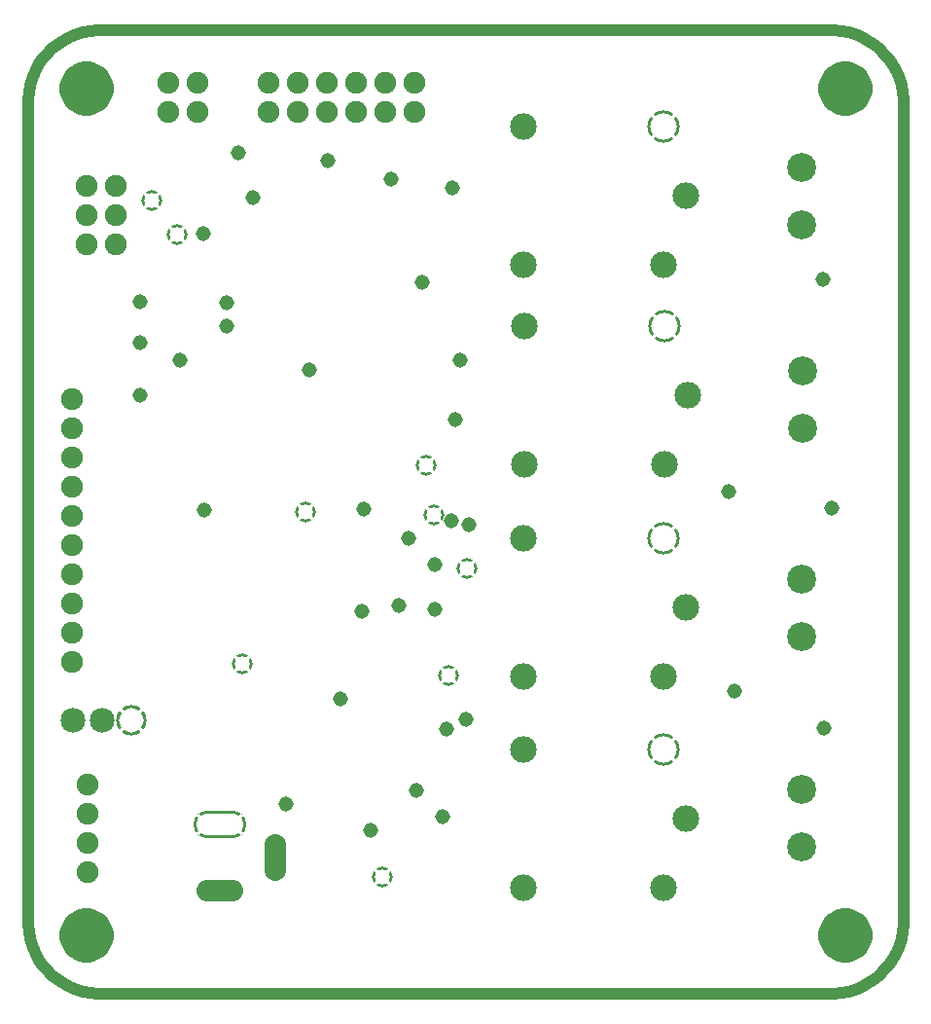
<source format=gbr>
%TF.GenerationSoftware,Altium Limited,Altium Designer,23.9.2 (47)*%
G04 Layer_Physical_Order=3*
G04 Layer_Color=128*
%FSLAX45Y45*%
%MOMM*%
%TF.SameCoordinates,15915765-FD2E-4A0E-A91D-014651F65676*%
%TF.FilePolarity,Negative*%
%TF.FileFunction,Copper,L3,Inr,Plane*%
%TF.Part,Single*%
G01*
G75*
%TA.AperFunction,NonConductor*%
%ADD40C,1.01600*%
%TA.AperFunction,ComponentPad*%
%ADD41C,1.91600*%
%ADD43C,2.15900*%
G04:AMPARAMS|DCode=44|XSize=2.667mm|YSize=2.667mm|CornerRadius=0mm|HoleSize=0mm|Usage=FLASHONLY|Rotation=0.000|XOffset=0mm|YOffset=0mm|HoleType=Round|Shape=Relief|Width=0.254mm|Gap=0.254mm|Entries=4|*
%AMTHD44*
7,0,0,2.66700,2.15900,0.25400,45*
%
%ADD44THD44*%
%ADD45C,2.51600*%
%ADD46C,2.31600*%
%ADD47O,4.06600X1.86600*%
%AMTHOVALD48*
21,1,2.20000,2.37400,0,0,180.0*
1,1,2.37400,1.10000,0.00000*
1,1,2.37400,-1.10000,0.00000*
21,0,2.20000,1.86600,0,0,180.0*
1,0,1.86600,1.10000,0.00000*
1,0,1.86600,-1.10000,0.00000*
4,0,4,1.01020,0.08980,1.84953,0.92914,2.02914,0.74953,1.18980,-0.08980,1.01020,0.08980,0.0*
4,0,4,-1.18980,0.08980,-2.02914,-0.74953,-1.84953,-0.92914,-1.01020,-0.08980,-1.18980,0.08980,0.0*
4,0,4,1.18980,0.08980,2.02914,-0.74953,1.84953,-0.92914,1.01020,-0.08980,1.18980,0.08980,0.0*
4,0,4,-1.01020,0.08980,-1.84953,0.92914,-2.02914,0.74953,-1.18980,-0.08980,-1.01020,0.08980,0.0*
%
%ADD48THOVALD48*%

%TA.AperFunction,ViaPad*%
%ADD50C,1.31600*%
G04:AMPARAMS|DCode=51|XSize=1.824mm|YSize=1.824mm|CornerRadius=0mm|HoleSize=0mm|Usage=FLASHONLY|Rotation=0.000|XOffset=0mm|YOffset=0mm|HoleType=Round|Shape=Relief|Width=0.254mm|Gap=0.254mm|Entries=4|*
%AMTHD51*
7,0,0,1.82400,1.31600,0.25400,45*
%
%ADD51THD51*%
%TA.AperFunction,ComponentPad*%
G04:AMPARAMS|DCode=52|XSize=2.824mm|YSize=2.824mm|CornerRadius=0mm|HoleSize=0mm|Usage=FLASHONLY|Rotation=0.000|XOffset=0mm|YOffset=0mm|HoleType=Round|Shape=Relief|Width=0.254mm|Gap=0.254mm|Entries=4|*
%AMTHD52*
7,0,0,2.82400,2.31600,0.25400,45*
%
%ADD52THD52*%
%ADD53O,1.86600X4.06600*%
G36*
X8436984Y11096121D02*
X8470498Y11082239D01*
X8500659Y11062087D01*
X8526309Y11036437D01*
X8546461Y11006276D01*
X8560343Y10972762D01*
X8567420Y10937185D01*
Y10919048D01*
Y10900911D01*
X8560343Y10865333D01*
X8546461Y10831820D01*
X8526309Y10801659D01*
X8500659Y10776009D01*
X8470498Y10755856D01*
X8436984Y10741975D01*
X8401407Y10734898D01*
X8365133D01*
X8329555Y10741975D01*
X8296042Y10755856D01*
X8265881Y10776009D01*
X8240231Y10801659D01*
X8220078Y10831820D01*
X8206197Y10865333D01*
X8199120Y10900911D01*
Y10919048D01*
Y10937185D01*
X8206197Y10972762D01*
X8220078Y11006276D01*
X8240231Y11036437D01*
X8265881Y11062087D01*
X8296042Y11082239D01*
X8329555Y11096121D01*
X8365133Y11103198D01*
X8401407D01*
X8436984Y11096121D01*
D02*
G37*
G36*
X1832984D02*
X1866498Y11082239D01*
X1896659Y11062087D01*
X1922309Y11036437D01*
X1942461Y11006276D01*
X1956343Y10972762D01*
X1963420Y10937185D01*
Y10919048D01*
Y10900911D01*
X1956343Y10865333D01*
X1942461Y10831820D01*
X1922309Y10801659D01*
X1896659Y10776009D01*
X1866498Y10755856D01*
X1832984Y10741975D01*
X1797407Y10734898D01*
X1761133D01*
X1725555Y10741975D01*
X1692042Y10755856D01*
X1661881Y10776009D01*
X1636231Y10801659D01*
X1616078Y10831820D01*
X1602197Y10865333D01*
X1595120Y10900911D01*
Y10919048D01*
Y10937185D01*
X1602197Y10972762D01*
X1616078Y11006276D01*
X1636231Y11036437D01*
X1661881Y11062087D01*
X1692042Y11082239D01*
X1725555Y11096121D01*
X1761133Y11103198D01*
X1797407D01*
X1832984Y11096121D01*
D02*
G37*
G36*
X8436984Y3730122D02*
X8470498Y3716240D01*
X8500659Y3696087D01*
X8526309Y3670437D01*
X8546461Y3640276D01*
X8560343Y3606763D01*
X8567420Y3571186D01*
Y3553049D01*
Y3534911D01*
X8560343Y3499334D01*
X8546461Y3465821D01*
X8526309Y3435660D01*
X8500659Y3410010D01*
X8470498Y3389857D01*
X8436984Y3375975D01*
X8401407Y3368899D01*
X8365133D01*
X8329555Y3375975D01*
X8296042Y3389857D01*
X8265881Y3410010D01*
X8240231Y3435660D01*
X8220078Y3465821D01*
X8206197Y3499334D01*
X8199120Y3534911D01*
Y3553049D01*
Y3571186D01*
X8206197Y3606763D01*
X8220078Y3640276D01*
X8240231Y3670437D01*
X8265881Y3696087D01*
X8296042Y3716240D01*
X8329555Y3730122D01*
X8365133Y3737199D01*
X8401407D01*
X8436984Y3730122D01*
D02*
G37*
G36*
X1832984D02*
X1866498Y3716240D01*
X1896659Y3696087D01*
X1922309Y3670437D01*
X1942461Y3640276D01*
X1956343Y3606763D01*
X1963420Y3571186D01*
Y3553049D01*
Y3534911D01*
X1956343Y3499334D01*
X1942461Y3465821D01*
X1922309Y3435660D01*
X1896659Y3410010D01*
X1866498Y3389857D01*
X1832984Y3375975D01*
X1797407Y3368899D01*
X1761133D01*
X1725555Y3375975D01*
X1692042Y3389857D01*
X1661881Y3410010D01*
X1636231Y3435660D01*
X1616078Y3465821D01*
X1602197Y3499334D01*
X1595120Y3534911D01*
Y3553049D01*
Y3571186D01*
X1602197Y3606763D01*
X1616078Y3640276D01*
X1636231Y3670437D01*
X1661881Y3696087D01*
X1692042Y3716240D01*
X1725555Y3730122D01*
X1761133Y3737199D01*
X1797407D01*
X1832984Y3730122D01*
D02*
G37*
D40*
X1271270Y3680049D02*
Y10792048D01*
Y3648853D02*
Y3680049D01*
Y3648853D02*
X1277385Y3586762D01*
X1289557Y3525570D01*
X1307668Y3465865D01*
X1331544Y3408224D01*
X1360955Y3353200D01*
X1395618Y3301323D01*
X1435199Y3253094D01*
X1479316Y3208977D01*
X1527545Y3169397D01*
X1579421Y3134734D01*
X1634445Y3105323D01*
X1692087Y3081447D01*
X1751791Y3063336D01*
X1812984Y3051164D01*
X1875074Y3045049D01*
X8287466D01*
X8349556Y3051164D01*
X8410748Y3063336D01*
X8470453Y3081447D01*
X8528095Y3105323D01*
X8583119Y3134734D01*
X8634995Y3169397D01*
X8683224Y3208977D01*
X8727341Y3253094D01*
X8766922Y3301323D01*
X8801584Y3353200D01*
X8830995Y3408224D01*
X8854871Y3465865D01*
X8872983Y3525570D01*
X8885154Y3586762D01*
X8891270Y3648853D01*
Y3680049D01*
Y10792048D01*
X1797407Y3737199D02*
X1832984Y3730122D01*
X1866498Y3716240D01*
X1896659Y3696087D01*
X1922309Y3670437D01*
X1942461Y3640276D01*
X1956343Y3606763D01*
X1963420Y3571186D01*
Y3553049D02*
Y3571186D01*
Y3534911D02*
Y3553049D01*
X1956343Y3499334D02*
X1963420Y3534911D01*
X1942461Y3465821D02*
X1956343Y3499334D01*
X1922309Y3435660D02*
X1942461Y3465821D01*
X1896659Y3410010D02*
X1922309Y3435660D01*
X1866498Y3389857D02*
X1896659Y3410010D01*
X1832984Y3375975D02*
X1866498Y3389857D01*
X1797407Y3368899D02*
X1832984Y3375975D01*
X1761133Y3368899D02*
X1797407D01*
X1725555Y3375975D02*
X1761133Y3368899D01*
X1692042Y3389857D02*
X1725555Y3375975D01*
X1661881Y3410010D02*
X1692042Y3389857D01*
X1636231Y3435660D02*
X1661881Y3410010D01*
X1616078Y3465821D02*
X1636231Y3435660D01*
X1602197Y3499334D02*
X1616078Y3465821D01*
X1595120Y3534911D02*
X1602197Y3499334D01*
X1595120Y3534911D02*
Y3553049D01*
Y3571186D01*
X1602197Y3606763D01*
X1616078Y3640276D01*
X1636231Y3670437D01*
X1661881Y3696087D01*
X1692042Y3716240D01*
X1725555Y3730122D01*
X1761133Y3737199D01*
X1797407D01*
X8401407D02*
X8436984Y3730122D01*
X8470498Y3716240D01*
X8500659Y3696087D01*
X8526309Y3670437D01*
X8546461Y3640276D01*
X8560343Y3606763D01*
X8567420Y3571186D01*
Y3553049D02*
Y3571186D01*
Y3534911D02*
Y3553049D01*
X8560343Y3499334D02*
X8567420Y3534911D01*
X8546461Y3465821D02*
X8560343Y3499334D01*
X8526309Y3435660D02*
X8546461Y3465821D01*
X8500659Y3410010D02*
X8526309Y3435660D01*
X8470498Y3389857D02*
X8500659Y3410010D01*
X8436984Y3375975D02*
X8470498Y3389857D01*
X8401407Y3368899D02*
X8436984Y3375975D01*
X8365133Y3368899D02*
X8401407D01*
X8329555Y3375975D02*
X8365133Y3368899D01*
X8296042Y3389857D02*
X8329555Y3375975D01*
X8265881Y3410010D02*
X8296042Y3389857D01*
X8240231Y3435660D02*
X8265881Y3410010D01*
X8220078Y3465821D02*
X8240231Y3435660D01*
X8206197Y3499334D02*
X8220078Y3465821D01*
X8199120Y3534911D02*
X8206197Y3499334D01*
X8199120Y3534911D02*
Y3553049D01*
Y3571186D01*
X8206197Y3606763D01*
X8220078Y3640276D01*
X8240231Y3670437D01*
X8265881Y3696087D01*
X8296042Y3716240D01*
X8329555Y3730122D01*
X8365133Y3737199D01*
X8401407D01*
X1875074Y11427048D02*
X8287466D01*
X1812984Y11420932D02*
X1875074Y11427048D01*
X1751791Y11408761D02*
X1812984Y11420932D01*
X1692087Y11390649D02*
X1751791Y11408761D01*
X1634445Y11366773D02*
X1692087Y11390649D01*
X1579421Y11337362D02*
X1634445Y11366773D01*
X1527545Y11302700D02*
X1579421Y11337362D01*
X1479316Y11263119D02*
X1527545Y11302700D01*
X1435199Y11219002D02*
X1479316Y11263119D01*
X1395618Y11170773D02*
X1435199Y11219002D01*
X1360955Y11118897D02*
X1395618Y11170773D01*
X1331544Y11063873D02*
X1360955Y11118897D01*
X1307668Y11006231D02*
X1331544Y11063873D01*
X1289557Y10946526D02*
X1307668Y11006231D01*
X1277385Y10885334D02*
X1289557Y10946526D01*
X1271270Y10823244D02*
X1277385Y10885334D01*
X1271270Y10792048D02*
Y10823244D01*
X1797407Y11103198D02*
X1832984Y11096121D01*
X1866498Y11082239D01*
X1896659Y11062087D01*
X1922309Y11036437D01*
X1942461Y11006276D01*
X1956343Y10972762D01*
X1963420Y10937185D01*
Y10919048D02*
Y10937185D01*
Y10900911D02*
Y10919048D01*
X1956343Y10865333D02*
X1963420Y10900911D01*
X1942461Y10831820D02*
X1956343Y10865333D01*
X1922309Y10801659D02*
X1942461Y10831820D01*
X1896659Y10776009D02*
X1922309Y10801659D01*
X1866498Y10755856D02*
X1896659Y10776009D01*
X1832984Y10741975D02*
X1866498Y10755856D01*
X1797407Y10734898D02*
X1832984Y10741975D01*
X1761133Y10734898D02*
X1797407D01*
X1725555Y10741975D02*
X1761133Y10734898D01*
X1692042Y10755856D02*
X1725555Y10741975D01*
X1661881Y10776009D02*
X1692042Y10755856D01*
X1636231Y10801659D02*
X1661881Y10776009D01*
X1616078Y10831820D02*
X1636231Y10801659D01*
X1602197Y10865333D02*
X1616078Y10831820D01*
X1595120Y10900911D02*
X1602197Y10865333D01*
X1595120Y10900911D02*
Y10919048D01*
Y10937185D01*
X1602197Y10972762D01*
X1616078Y11006276D01*
X1636231Y11036437D01*
X1661881Y11062087D01*
X1692042Y11082239D01*
X1725555Y11096121D01*
X1761133Y11103198D01*
X1797407D01*
X8401407D02*
X8436984Y11096121D01*
X8470498Y11082239D01*
X8500659Y11062087D01*
X8526309Y11036437D01*
X8546461Y11006276D01*
X8560343Y10972762D01*
X8567420Y10937185D01*
Y10919048D02*
Y10937185D01*
Y10900911D02*
Y10919048D01*
X8560343Y10865333D02*
X8567420Y10900911D01*
X8546461Y10831820D02*
X8560343Y10865333D01*
X8526309Y10801659D02*
X8546461Y10831820D01*
X8500659Y10776009D02*
X8526309Y10801659D01*
X8470498Y10755856D02*
X8500659Y10776009D01*
X8436984Y10741975D02*
X8470498Y10755856D01*
X8401407Y10734898D02*
X8436984Y10741975D01*
X8365133Y10734898D02*
X8401407D01*
X8329555Y10741975D02*
X8365133Y10734898D01*
X8296042Y10755856D02*
X8329555Y10741975D01*
X8265881Y10776009D02*
X8296042Y10755856D01*
X8240231Y10801659D02*
X8265881Y10776009D01*
X8220078Y10831820D02*
X8240231Y10801659D01*
X8206197Y10865333D02*
X8220078Y10831820D01*
X8199120Y10900911D02*
X8206197Y10865333D01*
X8199120Y10900911D02*
Y10919048D01*
Y10937185D01*
X8206197Y10972762D01*
X8220078Y11006276D01*
X8240231Y11036437D01*
X8265881Y11062087D01*
X8296042Y11082239D01*
X8329555Y11096121D01*
X8365133Y11103198D01*
X8401407D01*
X8287466Y11427048D02*
X8349556Y11420932D01*
X8891270Y10792048D02*
Y10823244D01*
X8885154Y10885334D02*
X8891270Y10823244D01*
X8872983Y10946526D02*
X8885154Y10885334D01*
X8854871Y11006231D02*
X8872983Y10946526D01*
X8830995Y11063873D02*
X8854871Y11006231D01*
X8801584Y11118897D02*
X8830995Y11063873D01*
X8766922Y11170773D02*
X8801584Y11118897D01*
X8727341Y11219002D02*
X8766922Y11170773D01*
X8683224Y11263119D02*
X8727341Y11219002D01*
X8634995Y11302700D02*
X8683224Y11263119D01*
X8583119Y11337362D02*
X8634995Y11302700D01*
X8528095Y11366773D02*
X8583119Y11337362D01*
X8470453Y11390649D02*
X8528095Y11366773D01*
X8410748Y11408761D02*
X8470453Y11390649D01*
X8349556Y11420932D02*
X8410748Y11408761D01*
D41*
X1651000Y5930900D02*
D03*
Y6184900D02*
D03*
Y6692900D02*
D03*
Y6946900D02*
D03*
Y7200900D02*
D03*
Y7454900D02*
D03*
Y7708900D02*
D03*
Y7962900D02*
D03*
Y8216900D02*
D03*
Y6438900D02*
D03*
X1790700Y4864100D02*
D03*
Y4610100D02*
D03*
Y4356100D02*
D03*
Y4102100D02*
D03*
X2032000Y9563100D02*
D03*
X1778000D02*
D03*
X2032000Y9817100D02*
D03*
X1778000D02*
D03*
X2032000Y10071100D02*
D03*
X1778000D02*
D03*
X2743200Y10972800D02*
D03*
Y10718800D02*
D03*
X2489200Y10972800D02*
D03*
Y10718800D02*
D03*
X4635500Y10972800D02*
D03*
Y10718800D02*
D03*
X4381500Y10972800D02*
D03*
Y10718800D02*
D03*
X4127500Y10972800D02*
D03*
Y10718800D02*
D03*
X3873500Y10972800D02*
D03*
Y10718800D02*
D03*
X3619500Y10972800D02*
D03*
Y10718800D02*
D03*
X3365500Y10972800D02*
D03*
Y10718800D02*
D03*
D43*
X1912620Y5420360D02*
D03*
X1658620D02*
D03*
D44*
X2166620D02*
D03*
D45*
X8000000Y4320000D02*
D03*
Y4820000D02*
D03*
Y6154900D02*
D03*
Y6654900D02*
D03*
X8013700Y7966900D02*
D03*
Y8466900D02*
D03*
X8000000Y10235800D02*
D03*
Y9735800D02*
D03*
D46*
X5580000Y5804900D02*
D03*
X6800000D02*
D03*
X7000000Y6404900D02*
D03*
X5580000Y7004900D02*
D03*
Y5170000D02*
D03*
X7000000Y4570000D02*
D03*
X6800000Y3970000D02*
D03*
X5580000D02*
D03*
Y10585800D02*
D03*
X7000000Y9985800D02*
D03*
X6800000Y9385800D02*
D03*
X5580000D02*
D03*
X5592700Y8852500D02*
D03*
X7012700Y8252500D02*
D03*
X6812700Y7652500D02*
D03*
X5592700D02*
D03*
D47*
X2939200Y3939100D02*
D03*
D48*
Y4519100D02*
D03*
D50*
X2247900Y8255000D02*
D03*
X2806700Y7251700D02*
D03*
X4813300Y6781800D02*
D03*
X4584700Y7010400D02*
D03*
X3517900Y4699000D02*
D03*
X4648200Y4813300D02*
D03*
X4914900Y5346700D02*
D03*
X5080000Y5435600D02*
D03*
X4254500Y4470400D02*
D03*
X3721100Y8470900D02*
D03*
X5029200Y8559800D02*
D03*
X7366000Y7416800D02*
D03*
X4178300Y6375400D02*
D03*
X4876800Y4584700D02*
D03*
X8191500Y9258300D02*
D03*
X4699000Y9230200D02*
D03*
X4991100Y8039100D02*
D03*
X7416800Y5676900D02*
D03*
X4813300Y6388100D02*
D03*
X4495800Y6426200D02*
D03*
X2997200Y8851900D02*
D03*
X2590800Y8559800D02*
D03*
X2997200Y9055100D02*
D03*
X3878325Y10295000D02*
D03*
X4432300Y10134600D02*
D03*
X2247900Y9067800D02*
D03*
Y8712200D02*
D03*
X3098800Y10363200D02*
D03*
X4960620Y10053320D02*
D03*
X3987800Y5613400D02*
D03*
X3225800Y9969500D02*
D03*
X2800350Y9653270D02*
D03*
X8262700Y7269400D02*
D03*
X5110480Y7124700D02*
D03*
X4953000Y7162800D02*
D03*
X4191800Y7264400D02*
D03*
X8200000Y5355200D02*
D03*
D51*
X4800600Y7213600D02*
D03*
X3136900Y5918200D02*
D03*
X4356100Y4064000D02*
D03*
X2565400Y9652000D02*
D03*
X2349500Y9944100D02*
D03*
X4737100Y7645400D02*
D03*
X3683000Y7239000D02*
D03*
X5092700Y6743700D02*
D03*
X4927600Y5816600D02*
D03*
D52*
X6800000Y7004900D02*
D03*
Y5170000D02*
D03*
Y10585800D02*
D03*
X6812700Y8852500D02*
D03*
D53*
X3419200Y4229100D02*
D03*
%TF.MD5,7a07a49878a70dec39eb694154f3e926*%
M02*

</source>
